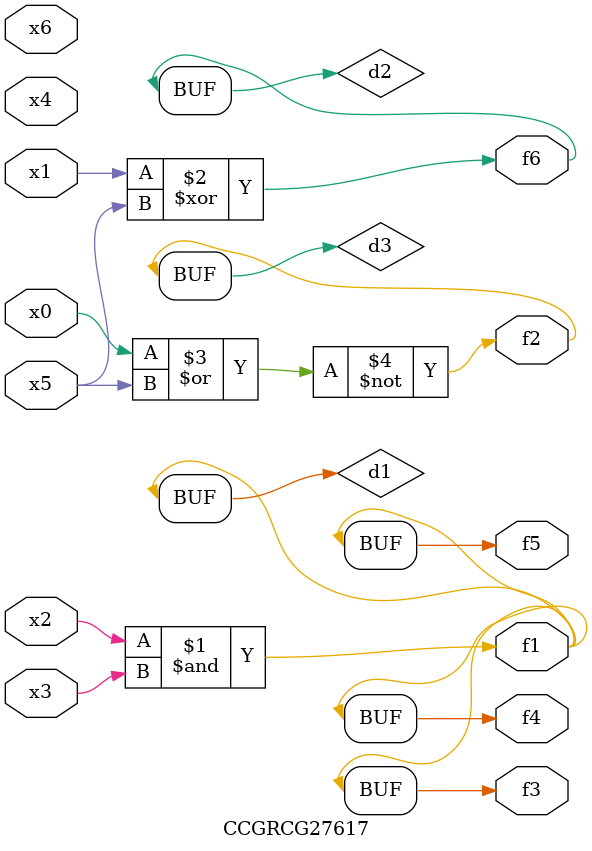
<source format=v>
module CCGRCG27617(
	input x0, x1, x2, x3, x4, x5, x6,
	output f1, f2, f3, f4, f5, f6
);

	wire d1, d2, d3;

	and (d1, x2, x3);
	xor (d2, x1, x5);
	nor (d3, x0, x5);
	assign f1 = d1;
	assign f2 = d3;
	assign f3 = d1;
	assign f4 = d1;
	assign f5 = d1;
	assign f6 = d2;
endmodule

</source>
